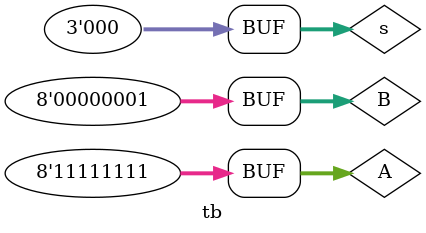
<source format=v>
module tb;

  reg [7:0] A, B; 
  reg [2:0] s;
  wire [7:0] out;
  wire Of, c, zero;

    ALU #(8) dut(A, B, s, c, zero, Of, out);

    initial begin
    	A<=8'h23;
        B<=8'h21;
      	s<=3'b000;
      	#10;
      	A<=8'h23;
        B<=8'h21;
      	s<=3'b001;
      	#10;
      	A<=8'h23;
        B<=8'h21;
      	s<=3'b010;
      	#10;
     	A<=8'h23;
        B<=8'h21;
      	s<=3'b011;
      	#10;
        A<=8'h23;
        B<=8'h21;
      	s<=3'b100;
      	#10;
        A<=8'h23;
        B<=8'h21;
      	s<=3'b101;
      	#10;
        A<=8'hff;
        B<=8'h01;
      	s<=3'b000;
      	#10;
    
    end


    initial begin
        $dumpfile("tb.vcd");
        $dumpvars(0,tb);
    end

endmodule


</source>
